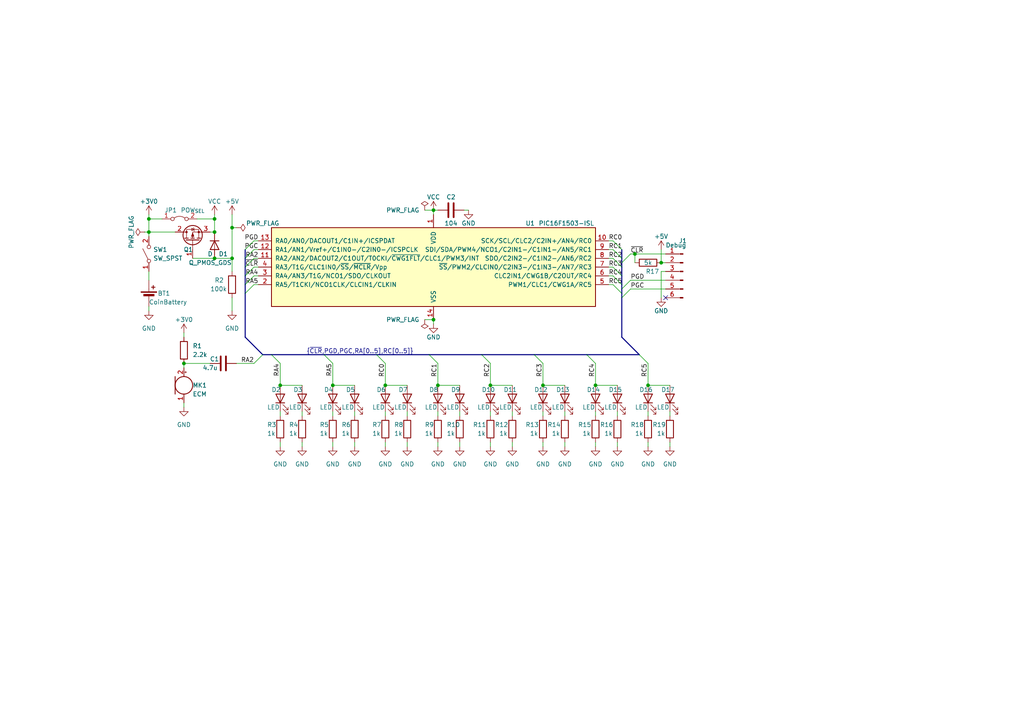
<source format=kicad_sch>
(kicad_sch (version 20230121) (generator eeschema)
  (paper "A4")
  (lib_symbols
    (symbol "Connector:Conn_01x06_Pin" (pin_names (offset 1.016) hide)
      (property "Reference" "J" (at 0 7.62 0))
      (property "Value" "Conn_01x06_Pin" (at 0 -10.16 0))
      (symbol "Conn_01x06_Pin_1_1"
        (polyline (pts (xy 1.27 -7.62) (xy 0.8636 -7.62)) (stroke (width 0.1524)))
        (polyline (pts (xy 1.27 -5.08) (xy 0.8636 -5.08)) (stroke (width 0.1524)))
        (polyline (pts (xy 1.27 -2.54) (xy 0.8636 -2.54)) (stroke (width 0.1524)))
        (polyline (pts (xy 1.27 0) (xy 0.8636 0)) (stroke (width 0.1524)))
        (polyline (pts (xy 1.27 2.54) (xy 0.8636 2.54)) (stroke (width 0.1524)))
        (polyline (pts (xy 1.27 5.08) (xy 0.8636 5.08)) (stroke (width 0.1524)))
        (rectangle (start 0.8636 -7.493) (end 0 -7.747) (stroke (width 0.1524)) (fill (type outline)))
        (rectangle (start 0.8636 -4.953) (end 0 -5.207) (stroke (width 0.1524)) (fill (type outline)))
        (rectangle (start 0.8636 -2.413) (end 0 -2.667) (stroke (width 0.1524)) (fill (type outline)))
        (rectangle (start 0.8636 0.127) (end 0 -0.127) (stroke (width 0.1524)) (fill (type outline)))
        (rectangle (start 0.8636 2.667) (end 0 2.413) (stroke (width 0.1524)) (fill (type outline)))
        (rectangle (start 0.8636 5.207) (end 0 4.953) (stroke (width 0.1524)) (fill (type outline)))
        (pin passive line (at 5.08 5.08 180) (length 3.81) (name "Pin_1") (number "1"))
        (pin passive line (at 5.08 2.54 180) (length 3.81) (name "Pin_2") (number "2"))
        (pin passive line (at 5.08 0 180) (length 3.81) (name "Pin_3") (number "3"))
        (pin passive line (at 5.08 -2.54 180) (length 3.81) (name "Pin_4") (number "4"))
        (pin passive line (at 5.08 -5.08 180) (length 3.81) (name "Pin_5") (number "5"))
        (pin passive line (at 5.08 -7.62 180) (length 3.81) (name "Pin_6") (number "6"))
      )
    )
    (symbol "Device:Battery_Cell" (pin_numbers hide) (pin_names (offset 0) hide)
      (property "Reference" "BT" (at 2.54 2.54 0))
      (property "Value" "Battery_Cell" (at 2.54 0 0))
      (symbol "Battery_Cell_0_1"
        (rectangle (start -2.286 1.778) (end 2.286 1.524) (fill (type outline)))
        (rectangle (start -1.524 1.016) (end 1.524 0.508) (fill (type outline)))
        (polyline (pts (xy 0 0.762) (xy 0 0)))
        (polyline (pts (xy 0 1.778) (xy 0 2.54)))
        (polyline (pts (xy 0.762 3.048) (xy 1.778 3.048)) (stroke (width 0.254)))
        (polyline (pts (xy 1.27 3.556) (xy 1.27 2.54)) (stroke (width 0.254)))
      )
      (symbol "Battery_Cell_1_1"
        (pin passive line (at 0 5.08 270) (length 2.54) (name "+") (number "1"))
        (pin passive line (at 0 -2.54 90) (length 2.54) (name "-") (number "2"))
      )
    )
    (symbol "Device:C" (pin_numbers hide) (pin_names (offset 0.254))
      (property "Reference" "C" (at 0.635 2.54 0))
      (property "Value" "C" (at 0.635 -2.54 0))
      (symbol "C_0_1"
        (polyline (pts (xy -2.032 -0.762) (xy 2.032 -0.762)) (stroke (width 0.508)))
        (polyline (pts (xy -2.032 0.762) (xy 2.032 0.762)) (stroke (width 0.508)))
      )
      (symbol "C_1_1"
        (pin passive line (at 0 3.81 270) (length 2.794) (name "~") (number "1"))
        (pin passive line (at 0 -3.81 90) (length 2.794) (name "~") (number "2"))
      )
    )
    (symbol "Device:D" (pin_numbers hide) (pin_names (offset 1.016) hide)
      (property "Reference" "D" (at 0 2.54 0))
      (property "Value" "D" (at 0 -2.54 0))
      (symbol "D_0_1"
        (polyline (pts (xy -1.27 1.27) (xy -1.27 -1.27)) (stroke (width 0.254)))
        (polyline (pts (xy 1.27 0) (xy -1.27 0)))
        (polyline (pts (xy 1.27 1.27) (xy 1.27 -1.27) (xy -1.27 0) (xy 1.27 1.27)) (stroke (width 0.254)))
      )
      (symbol "D_1_1"
        (pin passive line (at -3.81 0 0) (length 2.54) (name "K") (number "1"))
        (pin passive line (at 3.81 0 180) (length 2.54) (name "A") (number "2"))
      )
    )
    (symbol "Device:LED" (pin_numbers hide) (pin_names (offset 1.016) hide)
      (property "Reference" "D" (at 0 2.54 0))
      (property "Value" "LED" (at 0 -2.54 0))
      (symbol "LED_0_1"
        (polyline (pts (xy -1.27 -1.27) (xy -1.27 1.27)) (stroke (width 0.254)))
        (polyline (pts (xy -1.27 0) (xy 1.27 0)))
        (polyline (pts (xy 1.27 -1.27) (xy 1.27 1.27) (xy -1.27 0) (xy 1.27 -1.27)) (stroke (width 0.254)))
        (polyline (pts (xy -3.048 -0.762) (xy -4.572 -2.286) (xy -3.81 -2.286) (xy -4.572 -2.286) (xy -4.572 -1.524)))
        (polyline (pts (xy -1.778 -0.762) (xy -3.302 -2.286) (xy -2.54 -2.286) (xy -3.302 -2.286) (xy -3.302 -1.524)))
      )
      (symbol "LED_1_1"
        (pin passive line (at -3.81 0 0) (length 2.54) (name "K") (number "1"))
        (pin passive line (at 3.81 0 180) (length 2.54) (name "A") (number "2"))
      )
    )
    (symbol "Device:Microphone" (pin_names (offset 0.0254) hide)
      (property "Reference" "MK" (at -3.81 1.27 0))
      (property "Value" "Microphone" (at -3.81 -0.635 0))
      (symbol "Microphone_0_1"
        (polyline (pts (xy -2.54 2.54) (xy -2.54 -2.54)) (stroke (width 0.254)))
        (polyline (pts (xy 0.254 3.81) (xy 0.762 3.81)))
        (polyline (pts (xy 0.508 4.064) (xy 0.508 3.556)))
        (circle (center 0 0) (radius 2.54) (stroke (width 0.254)))
      )
      (symbol "Microphone_1_1"
        (pin passive line (at 0 -5.08 90) (length 2.54) (name "-") (number "1"))
        (pin passive line (at 0 5.08 270) (length 2.54) (name "+") (number "2"))
      )
    )
    (symbol "Device:Q_PMOS_GDS" (pin_names (offset 0) hide)
      (property "Reference" "Q" (at 5.08 1.27 0))
      (property "Value" "Q_PMOS_GDS" (at 5.08 -1.27 0))
      (symbol "Q_PMOS_GDS_0_1"
        (polyline (pts (xy 0.254 0) (xy -2.54 0)))
        (polyline (pts (xy 0.254 1.905) (xy 0.254 -1.905)) (stroke (width 0.254)))
        (polyline (pts (xy 0.762 -1.27) (xy 0.762 -2.286)) (stroke (width 0.254)))
        (polyline (pts (xy 0.762 0.508) (xy 0.762 -0.508)) (stroke (width 0.254)))
        (polyline (pts (xy 0.762 2.286) (xy 0.762 1.27)) (stroke (width 0.254)))
        (polyline (pts (xy 2.54 2.54) (xy 2.54 1.778)))
        (polyline (pts (xy 2.54 -2.54) (xy 2.54 0) (xy 0.762 0)))
        (polyline (pts (xy 0.762 1.778) (xy 3.302 1.778) (xy 3.302 -1.778) (xy 0.762 -1.778)))
        (polyline (pts (xy 2.286 0) (xy 1.27 0.381) (xy 1.27 -0.381) (xy 2.286 0)) (fill (type outline)))
        (polyline (pts (xy 2.794 -0.508) (xy 2.921 -0.381) (xy 3.683 -0.381) (xy 3.81 -0.254)))
        (polyline (pts (xy 3.302 -0.381) (xy 2.921 0.254) (xy 3.683 0.254) (xy 3.302 -0.381)))
        (circle (center 1.651 0) (radius 2.794) (stroke (width 0.254)))
        (circle (center 2.54 -1.778) (radius 0.254) (fill (type outline)))
        (circle (center 2.54 1.778) (radius 0.254) (fill (type outline)))
      )
      (symbol "Q_PMOS_GDS_1_1"
        (pin input line (at -5.08 0 0) (length 2.54) (name "G") (number "1"))
        (pin passive line (at 2.54 5.08 270) (length 2.54) (name "D") (number "2"))
        (pin passive line (at 2.54 -5.08 90) (length 2.54) (name "S") (number "3"))
      )
    )
    (symbol "Device:R" (pin_numbers hide) (pin_names (offset 0))
      (property "Reference" "R" (at 2.032 0 90))
      (property "Value" "R" (at 0 0 90))
      (symbol "R_0_1"
        (rectangle (start -1.016 -2.54) (end 1.016 2.54) (stroke (width 0.254)))
      )
      (symbol "R_1_1"
        (pin passive line (at 0 3.81 270) (length 1.27) (name "~") (number "1"))
        (pin passive line (at 0 -3.81 90) (length 1.27) (name "~") (number "2"))
      )
    )
    (symbol "Jumper:Jumper_2_Bridged" (pin_names (offset 0) hide)
      (property "Reference" "JP" (at 0 1.905 0))
      (property "Value" "Jumper_2_Bridged" (at 0 -2.54 0))
      (symbol "Jumper_2_Bridged_0_0"
        (circle (center -2.032 0) (radius 0.508))
        (circle (center 2.032 0) (radius 0.508))
      )
      (symbol "Jumper_2_Bridged_0_1"
        (arc (start 1.524 0.254) (mid 0 0.762) (end -1.524 0.254))
      )
      (symbol "Jumper_2_Bridged_1_1"
        (pin passive line (at -5.08 0 0) (length 2.54) (name "A") (number "1"))
        (pin passive line (at 5.08 0 180) (length 2.54) (name "B") (number "2"))
      )
    )
    (symbol "MCU_Microchip_PIC16:PIC16F1503-ISL" (pin_names (offset 1.016))
      (property "Reference" "U" (at -46.99 15.24 0))
      (property "Value" "PIC16F1503-ISL" (at -46.99 12.7 0))
      (symbol "PIC16F1503-ISL_0_1"
        (rectangle (start -46.99 11.43) (end 46.99 -11.43) (stroke (width 0.254)) (fill (type background)))
      )
      (symbol "PIC16F1503-ISL_1_1"
        (pin power_in line (at 0 15.24 270) (length 3.81) (name "VDD") (number "1"))
        (pin bidirectional line (at 50.8 7.62 180) (length 3.81) (name "SCK/SCL/CLC2/C2IN+/AN4/RC0") (number "10"))
        (pin bidirectional line (at -50.8 2.54 0) (length 3.81) (name "RA2/AN2/DACOUT2/C1OUT/T0CKI/~{CWG1FLT}/CLC1/PWM3/INT") (number "11"))
        (pin bidirectional line (at -50.8 5.08 0) (length 3.81) (name "RA1/AN1/Vref+/C1IN0-/C2IN0-/ICSPCLK") (number "12"))
        (pin bidirectional line (at -50.8 7.62 0) (length 3.81) (name "RA0/AN0/DACOUT1/C1IN+/ICSPDAT") (number "13"))
        (pin power_in line (at 0 -15.24 90) (length 3.81) (name "VSS") (number "14"))
        (pin bidirectional line (at -50.8 -5.08 0) (length 3.81) (name "RA5/T1CKI/NCO1CLK/CLCIN1/CLKIN") (number "2"))
        (pin bidirectional line (at -50.8 -2.54 0) (length 3.81) (name "RA4/AN3/T1G/NCO1/SDO/CLKOUT") (number "3"))
        (pin input line (at -50.8 0 0) (length 3.81) (name "RA3/T1G/CLC1IN0/~{SS}/~{MCLR}/Vpp") (number "4"))
        (pin bidirectional line (at 50.8 -5.08 180) (length 3.81) (name "PWM1/CLC1/CWG1A/RC5") (number "5"))
        (pin bidirectional line (at 50.8 -2.54 180) (length 3.81) (name "CLC2IN1/CWG1B/C2OUT/RC4") (number "6"))
        (pin bidirectional line (at 50.8 0 180) (length 3.81) (name "~{SS}/PWM2/CLCIN0/C2IN3-/C1IN3-/AN7/RC3") (number "7"))
        (pin bidirectional line (at 50.8 2.54 180) (length 3.81) (name "SDO/C2IN2-/C1IN2-/AN6/RC2") (number "8"))
        (pin bidirectional line (at 50.8 5.08 180) (length 3.81) (name "SDI/SDA/PWM4/NCO1/C2IN1-/C1IN1-/AN5/RC1") (number "9"))
      )
    )
    (symbol "Switch:SW_SPST" (pin_names (offset 0) hide)
      (property "Reference" "SW" (at 0 3.175 0))
      (property "Value" "SW_SPST" (at 0 -2.54 0))
      (symbol "SW_SPST_0_0"
        (circle (center -2.032 0) (radius 0.508))
        (polyline (pts (xy -1.524 0.254) (xy 1.524 1.778)))
        (circle (center 2.032 0) (radius 0.508))
      )
      (symbol "SW_SPST_1_1"
        (pin passive line (at -5.08 0 0) (length 2.54) (name "A") (number "1"))
        (pin passive line (at 5.08 0 180) (length 2.54) (name "B") (number "2"))
      )
    )
    (symbol "power:+3V0" (power) (pin_names (offset 0))
      (property "Value" "+3V0" (at 0 3.556 0))
      (symbol "+3V0_0_1"
        (polyline (pts (xy -0.762 1.27) (xy 0 2.54)))
        (polyline (pts (xy 0 0) (xy 0 2.54)))
        (polyline (pts (xy 0 2.54) (xy 0.762 1.27)))
      )
      (symbol "+3V0_1_1"
        (pin power_in line (at 0 0 90) (length 0) hide (name "+3V0") (number "1"))
      )
    )
    (symbol "power:+5V" (power) (pin_names (offset 0))
      (property "Value" "+5V" (at 0 3.556 0))
      (symbol "+5V_0_1"
        (polyline (pts (xy -0.762 1.27) (xy 0 2.54)))
        (polyline (pts (xy 0 0) (xy 0 2.54)))
        (polyline (pts (xy 0 2.54) (xy 0.762 1.27)))
      )
      (symbol "+5V_1_1"
        (pin power_in line (at 0 0 90) (length 0) hide (name "+5V") (number "1"))
      )
    )
    (symbol "power:GND" (power) (pin_names (offset 0))
      (property "Value" "GND" (at 0 -3.81 0))
      (symbol "GND_0_1"
        (polyline (pts (xy 0 0) (xy 0 -1.27) (xy 1.27 -1.27) (xy 0 -2.54) (xy -1.27 -1.27) (xy 0 -1.27)))
      )
      (symbol "GND_1_1"
        (pin power_in line (at 0 0 270) (length 0) hide (name "GND") (number "1"))
      )
    )
    (symbol "power:PWR_FLAG" (power) (pin_numbers hide) (pin_names (offset 0) hide)
      (property "Value" "PWR_FLAG" (at 0 3.81 0))
      (symbol "PWR_FLAG_0_0"
        (pin power_out line (at 0 0 90) (length 0) (name "pwr") (number "1"))
      )
      (symbol "PWR_FLAG_0_1"
        (polyline (pts (xy 0 0) (xy 0 1.27) (xy -1.016 1.905) (xy 0 2.54) (xy 1.016 1.905) (xy 0 1.27)))
      )
    )
    (symbol "power:VCC" (power) (pin_names (offset 0))
      (property "Value" "VCC" (at 0 3.81 0))
      (symbol "VCC_0_1"
        (polyline (pts (xy -0.762 1.27) (xy 0 2.54)))
        (polyline (pts (xy 0 0) (xy 0 2.54)))
        (polyline (pts (xy 0 2.54) (xy 0.762 1.27)))
      )
      (symbol "VCC_1_1"
        (pin power_in line (at 0 0 90) (length 0) hide (name "VCC") (number "1"))
      )
    )
  )
  (junction (at 43.18 63.5))
  (junction (at 157.48 111.76))
  (junction (at 172.72 111.76))
  (junction (at 62.23 67.31))
  (junction (at 184.15 73.66))
  (junction (at 127 111.76))
  (junction (at 81.28 111.76))
  (junction (at 67.31 66.04))
  (junction (at 125.73 92.71))
  (junction (at 43.18 67.31))
  (junction (at 62.23 74.93))
  (junction (at 191.77 76.2))
  (junction (at 67.31 74.93))
  (junction (at 111.76 111.76))
  (junction (at 125.73 60.96))
  (junction (at 187.96 111.76))
  (junction (at 53.34 105.41))
  (junction (at 142.24 111.76))
  (junction (at 96.52 111.76))
  (junction (at 62.23 63.5))
  (no_connect (at 193.04 86.36))
  (bus_entry (at 177.8 74.93) (size 2.54 2.54))
  (bus_entry (at 172.72 105.41) (size -2.54 -2.54))
  (bus_entry (at 96.52 105.41) (size -2.54 -2.54))
  (bus_entry (at 73.66 72.39) (size -2.54 2.54))
  (bus_entry (at 73.66 74.93) (size -2.54 2.54))
  (bus_entry (at 177.8 72.39) (size 2.54 2.54))
  (bus_entry (at 177.8 69.85) (size 2.54 2.54))
  (bus_entry (at 180.34 83.82) (size 2.54 -2.54))
  (bus_entry (at 177.8 80.01) (size 2.54 2.54))
  (bus_entry (at 73.66 77.47) (size -2.54 2.54))
  (bus_entry (at 180.34 76.2) (size 2.54 -2.54))
  (bus_entry (at 182.88 83.82) (size -2.54 2.54))
  (bus_entry (at 111.76 105.41) (size -2.54 -2.54))
  (bus_entry (at 187.96 105.41) (size -2.54 -2.54))
  (bus_entry (at 127 105.41) (size -2.54 -2.54))
  (bus_entry (at 142.24 105.41) (size -2.54 -2.54))
  (bus_entry (at 76.2 102.87) (size -2.54 2.54))
  (bus_entry (at 73.66 69.85) (size -2.54 2.54))
  (bus_entry (at 177.8 82.55) (size 2.54 2.54))
  (bus_entry (at 157.48 105.41) (size -2.54 -2.54))
  (bus_entry (at 177.8 77.47) (size 2.54 2.54))
  (bus_entry (at 81.28 105.41) (size -2.54 -2.54))
  (bus_entry (at 73.66 80.01) (size -2.54 2.54))
  (bus_entry (at 73.66 82.55) (size -2.54 2.54))
  (wire (pts (xy 118.11 128.27) (xy 118.11 129.54)))
  (wire (pts (xy 187.96 111.76) (xy 194.31 111.76)))
  (wire (pts (xy 142.24 105.41) (xy 142.24 111.76)))
  (wire (pts (xy 191.77 72.39) (xy 191.77 76.2)))
  (wire (pts (xy 73.66 74.93) (xy 74.93 74.93)))
  (wire (pts (xy 148.59 128.27) (xy 148.59 129.54)))
  (wire (pts (xy 111.76 128.27) (xy 111.76 129.54)))
  (wire (pts (xy 73.66 72.39) (xy 74.93 72.39)))
  (wire (pts (xy 43.18 67.31) (xy 43.18 68.58)))
  (wire (pts (xy 191.77 76.2) (xy 193.04 76.2)))
  (wire (pts (xy 53.34 116.84) (xy 53.34 118.11)))
  (wire (pts (xy 68.58 105.41) (xy 73.66 105.41)))
  (wire (pts (xy 125.73 92.71) (xy 125.73 93.98)))
  (wire (pts (xy 57.15 63.5) (xy 62.23 63.5)))
  (wire (pts (xy 157.48 111.76) (xy 163.83 111.76)))
  (wire (pts (xy 43.18 63.5) (xy 43.18 67.31)))
  (bus (pts (xy 93.98 102.87) (xy 78.74 102.87)))
  (wire (pts (xy 194.31 119.38) (xy 194.31 120.65)))
  (wire (pts (xy 176.53 69.85) (xy 177.8 69.85)))
  (wire (pts (xy 142.24 128.27) (xy 142.24 129.54)))
  (bus (pts (xy 139.7 102.87) (xy 124.46 102.87)))
  (wire (pts (xy 67.31 86.36) (xy 67.31 90.17)))
  (wire (pts (xy 102.87 119.38) (xy 102.87 120.65)))
  (wire (pts (xy 194.31 128.27) (xy 194.31 129.54)))
  (wire (pts (xy 184.15 76.2) (xy 184.15 73.66)))
  (wire (pts (xy 191.77 78.74) (xy 191.77 86.36)))
  (bus (pts (xy 180.34 72.39) (xy 180.34 74.93)))
  (wire (pts (xy 157.48 105.41) (xy 157.48 111.76)))
  (wire (pts (xy 41.91 67.31) (xy 43.18 67.31)))
  (wire (pts (xy 142.24 119.38) (xy 142.24 120.65)))
  (wire (pts (xy 73.66 69.85) (xy 74.93 69.85)))
  (wire (pts (xy 133.35 119.38) (xy 133.35 120.65)))
  (wire (pts (xy 123.19 60.96) (xy 125.73 60.96)))
  (wire (pts (xy 127 119.38) (xy 127 120.65)))
  (wire (pts (xy 157.48 128.27) (xy 157.48 129.54)))
  (wire (pts (xy 172.72 128.27) (xy 172.72 129.54)))
  (bus (pts (xy 180.34 80.01) (xy 180.34 82.55)))
  (wire (pts (xy 125.73 60.96) (xy 125.73 62.23)))
  (wire (pts (xy 182.88 73.66) (xy 184.15 73.66)))
  (bus (pts (xy 180.34 82.55) (xy 180.34 83.82)))
  (wire (pts (xy 67.31 62.23) (xy 67.31 66.04)))
  (wire (pts (xy 67.31 74.93) (xy 67.31 78.74)))
  (wire (pts (xy 176.53 82.55) (xy 177.8 82.55)))
  (bus (pts (xy 180.34 74.93) (xy 180.34 76.2)))
  (wire (pts (xy 96.52 119.38) (xy 96.52 120.65)))
  (wire (pts (xy 81.28 119.38) (xy 81.28 120.65)))
  (wire (pts (xy 55.88 74.93) (xy 62.23 74.93)))
  (wire (pts (xy 172.72 111.76) (xy 179.07 111.76)))
  (wire (pts (xy 123.19 92.71) (xy 125.73 92.71)))
  (bus (pts (xy 109.22 102.87) (xy 93.98 102.87)))
  (wire (pts (xy 187.96 128.27) (xy 187.96 129.54)))
  (wire (pts (xy 172.72 105.41) (xy 172.72 111.76)))
  (wire (pts (xy 81.28 128.27) (xy 81.28 129.54)))
  (bus (pts (xy 71.12 74.93) (xy 71.12 77.47)))
  (wire (pts (xy 157.48 119.38) (xy 157.48 120.65)))
  (wire (pts (xy 62.23 74.93) (xy 67.31 74.93)))
  (bus (pts (xy 71.12 82.55) (xy 71.12 85.09)))
  (wire (pts (xy 87.63 128.27) (xy 87.63 129.54)))
  (wire (pts (xy 53.34 105.41) (xy 53.34 106.68)))
  (wire (pts (xy 81.28 105.41) (xy 81.28 111.76)))
  (wire (pts (xy 43.18 78.74) (xy 43.18 81.28)))
  (bus (pts (xy 180.34 76.2) (xy 180.34 77.47)))
  (wire (pts (xy 73.66 77.47) (xy 74.93 77.47)))
  (wire (pts (xy 43.18 63.5) (xy 46.99 63.5)))
  (bus (pts (xy 71.12 77.47) (xy 71.12 80.01)))
  (wire (pts (xy 187.96 105.41) (xy 187.96 111.76)))
  (wire (pts (xy 43.18 67.31) (xy 50.8 67.31)))
  (bus (pts (xy 180.34 86.36) (xy 180.34 97.79)))
  (bus (pts (xy 180.34 83.82) (xy 180.34 85.09)))
  (bus (pts (xy 154.94 102.87) (xy 170.18 102.87)))
  (wire (pts (xy 43.18 62.23) (xy 43.18 63.5)))
  (wire (pts (xy 118.11 119.38) (xy 118.11 120.65)))
  (wire (pts (xy 187.96 119.38) (xy 187.96 120.65)))
  (wire (pts (xy 184.15 73.66) (xy 193.04 73.66)))
  (wire (pts (xy 53.34 96.52) (xy 53.34 97.79)))
  (wire (pts (xy 111.76 111.76) (xy 118.11 111.76)))
  (wire (pts (xy 176.53 72.39) (xy 177.8 72.39)))
  (bus (pts (xy 71.12 80.01) (xy 71.12 82.55)))
  (wire (pts (xy 96.52 128.27) (xy 96.52 129.54)))
  (wire (pts (xy 193.04 78.74) (xy 191.77 78.74)))
  (wire (pts (xy 111.76 105.41) (xy 111.76 111.76)))
  (bus (pts (xy 180.34 85.09) (xy 180.34 86.36)))
  (wire (pts (xy 62.23 62.23) (xy 62.23 63.5)))
  (bus (pts (xy 154.94 102.87) (xy 139.7 102.87)))
  (wire (pts (xy 127 105.41) (xy 127 111.76)))
  (wire (pts (xy 67.31 66.04) (xy 68.58 66.04)))
  (bus (pts (xy 185.42 102.87) (xy 170.18 102.87)))
  (bus (pts (xy 71.12 85.09) (xy 71.12 97.79)))
  (bus (pts (xy 76.2 102.87) (xy 71.12 97.79)))
  (wire (pts (xy 163.83 128.27) (xy 163.83 129.54)))
  (bus (pts (xy 180.34 77.47) (xy 180.34 80.01)))
  (wire (pts (xy 43.18 88.9) (xy 43.18 90.17)))
  (wire (pts (xy 179.07 128.27) (xy 179.07 129.54)))
  (wire (pts (xy 62.23 67.31) (xy 60.96 67.31)))
  (bus (pts (xy 71.12 72.39) (xy 71.12 74.93)))
  (wire (pts (xy 81.28 111.76) (xy 87.63 111.76)))
  (wire (pts (xy 53.34 105.41) (xy 60.96 105.41)))
  (wire (pts (xy 96.52 105.41) (xy 96.52 111.76)))
  (bus (pts (xy 78.74 102.87) (xy 76.2 102.87)))
  (wire (pts (xy 172.72 119.38) (xy 172.72 120.65)))
  (wire (pts (xy 133.35 128.27) (xy 133.35 129.54)))
  (wire (pts (xy 134.62 60.96) (xy 135.89 60.96)))
  (wire (pts (xy 127 111.76) (xy 133.35 111.76)))
  (wire (pts (xy 87.63 119.38) (xy 87.63 120.65)))
  (wire (pts (xy 179.07 119.38) (xy 179.07 120.65)))
  (wire (pts (xy 102.87 128.27) (xy 102.87 129.54)))
  (wire (pts (xy 163.83 119.38) (xy 163.83 120.65)))
  (wire (pts (xy 62.23 63.5) (xy 62.23 67.31)))
  (wire (pts (xy 73.66 80.01) (xy 74.93 80.01)))
  (wire (pts (xy 182.88 81.28) (xy 193.04 81.28)))
  (wire (pts (xy 148.59 119.38) (xy 148.59 120.65)))
  (wire (pts (xy 176.53 80.01) (xy 177.8 80.01)))
  (wire (pts (xy 176.53 74.93) (xy 177.8 74.93)))
  (bus (pts (xy 180.34 97.79) (xy 185.42 102.87)))
  (wire (pts (xy 73.66 82.55) (xy 74.93 82.55)))
  (wire (pts (xy 125.73 60.96) (xy 127 60.96)))
  (bus (pts (xy 124.46 102.87) (xy 109.22 102.87)))
  (wire (pts (xy 142.24 111.76) (xy 148.59 111.76)))
  (wire (pts (xy 176.53 77.47) (xy 177.8 77.47)))
  (wire (pts (xy 67.31 66.04) (xy 67.31 74.93)))
  (wire (pts (xy 111.76 119.38) (xy 111.76 120.65)))
  (wire (pts (xy 96.52 111.76) (xy 102.87 111.76)))
  (wire (pts (xy 182.88 83.82) (xy 193.04 83.82)))
  (wire (pts (xy 127 128.27) (xy 127 129.54)))
  (label "PGD" (at 74.93 69.85 180))
  (label "RC3" (at 176.53 77.47 0))
  (label "RA2" (at 73.66 105.41 180))
  (label "PGC" (at 74.93 72.39 180))
  (label "PGC" (at 182.88 83.82 0))
  (label "RC3" (at 157.48 105.41 270))
  (label "~{CLR}" (at 182.88 73.66 0))
  (label "RA2" (at 74.93 74.93 180))
  (label "RA5" (at 96.52 105.41 270))
  (label "RC1" (at 176.53 72.39 0))
  (label "RA5" (at 74.93 82.55 180))
  (label "RC5" (at 187.96 105.41 270))
  (label "RC2" (at 176.53 74.93 0))
  (label "RA4" (at 81.28 105.41 270))
  (label "~{CLR}" (at 74.93 77.47 180))
  (label "RC5" (at 176.53 82.55 0))
  (label "RC1" (at 127 105.41 270))
  (label "RC0" (at 111.76 105.41 270))
  (label "RC4" (at 172.72 105.41 270))
  (label "RA4" (at 74.93 80.01 180))
  (label "RC2" (at 142.24 105.41 270))
  (label "RC0" (at 176.53 69.85 0))
  (label "PGD" (at 182.88 81.28 0))
  (label "RC4" (at 176.53 80.01 0))
  (label "{~{CLR},PGD,PGC,RA[0..5],RC[0..5]}" (at 88.9 102.87 0))
  (symbol (lib_id "power:GND") (at 142.24 129.54 0) (unit 1)
    (property "Reference" "#PWR018" (effects hide))
    (property "Value" "GND" (at 142.24 134.62 0))
  )
  (symbol (lib_id "Device:R") (at 172.72 124.46 0) (unit 1)
    (property "Reference" "R15" (at 167.64 123.19 0) (effects (justify left)))
    (property "Value" "1k" (at 168.91 125.73 0) (effects (justify left)))
    (property "Footprint" "Resistor_SMD:R_0603_1608Metric" (effects hide))
  )
  (symbol (lib_id "Device:R") (at 163.83 124.46 0) (unit 1)
    (property "Reference" "R14" (at 158.75 123.19 0) (effects (justify left)))
    (property "Value" "1k" (at 160.02 125.73 0) (effects (justify left)))
    (property "Footprint" "Resistor_SMD:R_0603_1608Metric" (effects hide))
  )
  (symbol (lib_id "Device:Battery_Cell") (at 43.18 86.36 0) (unit 1)
    (property "Reference" "BT1" (at 45.72 85.09 0) (effects (justify left)))
    (property "Value" "CoinBattery" (at 43.18 87.63 0) (effects (justify left)))
    (property "Footprint" "Battery:BatteryHolder_Multicomp_BC-2001_1x2032" (effects hide))
  )
  (symbol (lib_id "power:+5V") (at 67.31 62.23 0) (unit 1)
    (property "Reference" "#PWR06" (effects hide))
    (property "Value" "+5V" (at 67.31 58.42 0))
  )
  (symbol (lib_id "power:GND") (at 163.83 129.54 0) (unit 1)
    (property "Reference" "#PWR021" (effects hide))
    (property "Value" "GND" (at 163.83 134.62 0))
  )
  (symbol (lib_id "Device:LED") (at 157.48 115.57 90) (unit 1)
    (property "Reference" "D12" (at 154.94 113.03 90) (effects (justify right)))
    (property "Value" "LED" (at 153.67 118.11 90) (effects (justify right)))
    (property "Footprint" "LED_SMD:LED_0603_1608Metric" (effects hide))
  )
  (symbol (lib_id "Device:Q_PMOS_GDS") (at 55.88 69.85 90) (unit 1)
    (property "Reference" "Q1" (at 54.61 72.39 90))
    (property "Value" "Q_PMOS_GDS" (at 60.96 76.2 90))
    (property "Footprint" "Package_TO_SOT_THT:TO-251-3_Vertical" (effects hide))
  )
  (symbol (lib_id "power:GND") (at 135.89 60.96 0) (unit 1)
    (property "Reference" "#PWR028" (effects hide))
    (property "Value" "GND" (at 135.89 64.77 0))
  )
  (symbol (lib_id "power:GND") (at 43.18 90.17 0) (unit 1)
    (property "Reference" "#PWR02" (effects hide))
    (property "Value" "GND" (at 43.18 95.25 0))
  )
  (symbol (lib_id "power:GND") (at 194.31 129.54 0) (unit 1)
    (property "Reference" "#PWR027" (effects hide))
    (property "Value" "GND" (at 194.31 134.62 0))
  )
  (symbol (lib_id "Device:LED") (at 111.76 115.57 90) (unit 1)
    (property "Reference" "D6" (at 109.22 113.03 90) (effects (justify right)))
    (property "Value" "LED" (at 107.95 118.11 90) (effects (justify right)))
    (property "Footprint" "LED_SMD:LED_0603_1608Metric" (effects hide))
  )
  (symbol (lib_id "Device:LED") (at 179.07 115.57 90) (unit 1)
    (property "Reference" "D15" (at 176.53 113.03 90) (effects (justify right)))
    (property "Value" "LED" (at 175.26 118.11 90) (effects (justify right)))
    (property "Footprint" "LED_SMD:LED_0603_1608Metric" (effects hide))
  )
  (symbol (lib_id "Device:D") (at 62.23 71.12 270) (unit 1)
    (property "Reference" "D1" (at 64.77 73.66 90))
    (property "Value" "D" (at 60.96 73.66 90))
    (property "Footprint" "Diode_THT:D_A-405_P7.62mm_Horizontal" (effects hide))
    (property "Sim.Device" "D" (effects hide))
    (property "Sim.Pins" "1=K 2=A" (effects hide))
  )
  (symbol (lib_id "Device:R") (at 102.87 124.46 0) (unit 1)
    (property "Reference" "R6" (at 99.06 123.19 0) (effects (justify left)))
    (property "Value" "1k" (at 99.06 125.73 0) (effects (justify left)))
    (property "Footprint" "Resistor_SMD:R_0603_1608Metric" (effects hide))
  )
  (symbol (lib_id "power:VCC") (at 125.73 60.96 0) (unit 1)
    (property "Reference" "#PWR014" (effects hide))
    (property "Value" "VCC" (at 125.73 57.15 0))
  )
  (symbol (lib_id "Device:LED") (at 81.28 115.57 90) (unit 1)
    (property "Reference" "D2" (at 78.74 113.03 90) (effects (justify right)))
    (property "Value" "LED" (at 77.47 118.11 90) (effects (justify right)))
    (property "Footprint" "LED_SMD:LED_0603_1608Metric" (effects hide))
  )
  (symbol (lib_id "Device:R") (at 187.96 76.2 90) (unit 1)
    (property "Reference" "R17" (at 189.23 78.74 90))
    (property "Value" "5k" (at 187.96 76.2 90))
    (property "Footprint" "Resistor_SMD:R_0603_1608Metric" (effects hide))
  )
  (symbol (lib_id "power:GND") (at 191.77 86.36 0) (unit 1)
    (property "Reference" "#PWR026" (effects hide))
    (property "Value" "GND" (at 191.77 90.17 0))
  )
  (symbol (lib_id "Device:R") (at 53.34 101.6 0) (unit 1)
    (property "Reference" "R1" (at 55.88 100.33 0) (effects (justify left)))
    (property "Value" "2.2k" (at 55.88 102.87 0) (effects (justify left)))
    (property "Footprint" "Resistor_SMD:R_0603_1608Metric" (effects hide))
  )
  (symbol (lib_id "Device:LED") (at 163.83 115.57 90) (unit 1)
    (property "Reference" "D13" (at 161.29 113.03 90) (effects (justify right)))
    (property "Value" "LED" (at 160.02 118.11 90) (effects (justify right)))
    (property "Footprint" "LED_SMD:LED_0603_1608Metric" (effects hide))
  )
  (symbol (lib_id "Device:R") (at 157.48 124.46 0) (unit 1)
    (property "Reference" "R13" (at 152.4 123.19 0) (effects (justify left)))
    (property "Value" "1k" (at 153.67 125.73 0) (effects (justify left)))
    (property "Footprint" "Resistor_SMD:R_0603_1608Metric" (effects hide))
  )
  (symbol (lib_id "power:GND") (at 187.96 129.54 0) (unit 1)
    (property "Reference" "#PWR024" (effects hide))
    (property "Value" "GND" (at 187.96 134.62 0))
  )
  (symbol (lib_id "Device:LED") (at 127 115.57 90) (unit 1)
    (property "Reference" "D8" (at 124.46 113.03 90) (effects (justify right)))
    (property "Value" "LED" (at 123.19 118.11 90) (effects (justify right)))
    (property "Footprint" "LED_SMD:LED_0603_1608Metric" (effects hide))
  )
  (symbol (lib_id "Device:LED") (at 133.35 115.57 90) (unit 1)
    (property "Reference" "D9" (at 130.81 113.03 90) (effects (justify right)))
    (property "Value" "LED" (at 129.54 118.11 90) (effects (justify right)))
    (property "Footprint" "LED_SMD:LED_0603_1608Metric" (effects hide))
  )
  (symbol (lib_id "power:PWR_FLAG") (at 68.58 66.04 270) (mirror x) (unit 1)
    (property "Reference" "#FLG04" (effects hide))
    (property "Value" "PWR_FLAG" (at 76.2 64.77 90))
  )
  (symbol (lib_id "Device:R") (at 96.52 124.46 0) (unit 1)
    (property "Reference" "R5" (at 92.71 123.19 0) (effects (justify left)))
    (property "Value" "1k" (at 92.71 125.73 0) (effects (justify left)))
    (property "Footprint" "Resistor_SMD:R_0603_1608Metric" (effects hide))
  )
  (symbol (lib_id "Device:R") (at 179.07 124.46 0) (unit 1)
    (property "Reference" "R16" (at 173.99 123.19 0) (effects (justify left)))
    (property "Value" "1k" (at 175.26 125.73 0) (effects (justify left)))
    (property "Footprint" "Resistor_SMD:R_0603_1608Metric" (effects hide))
  )
  (symbol (lib_id "power:PWR_FLAG") (at 123.19 60.96 0) (unit 1)
    (property "Reference" "#FLG01" (effects hide))
    (property "Value" "PWR_FLAG" (at 116.84 60.96 0))
  )
  (symbol (lib_id "Device:LED") (at 87.63 115.57 90) (unit 1)
    (property "Reference" "D3" (at 85.09 113.03 90) (effects (justify right)))
    (property "Value" "LED" (at 83.82 118.11 90) (effects (justify right)))
    (property "Footprint" "LED_SMD:LED_0603_1608Metric" (effects hide))
  )
  (symbol (lib_id "Device:LED") (at 172.72 115.57 90) (unit 1)
    (property "Reference" "D14" (at 170.18 113.03 90) (effects (justify right)))
    (property "Value" "LED" (at 168.91 118.11 90) (effects (justify right)))
    (property "Footprint" "LED_SMD:LED_0603_1608Metric" (effects hide))
  )
  (symbol (lib_id "Device:R") (at 111.76 124.46 0) (unit 1)
    (property "Reference" "R7" (at 107.95 123.19 0) (effects (justify left)))
    (property "Value" "1k" (at 107.95 125.73 0) (effects (justify left)))
    (property "Footprint" "Resistor_SMD:R_0603_1608Metric" (effects hide))
  )
  (symbol (lib_id "Device:R") (at 87.63 124.46 0) (unit 1)
    (property "Reference" "R4" (at 83.82 123.19 0) (effects (justify left)))
    (property "Value" "1k" (at 83.82 125.73 0) (effects (justify left)))
    (property "Footprint" "Resistor_SMD:R_0603_1608Metric" (effects hide))
  )
  (symbol (lib_id "Device:LED") (at 187.96 115.57 90) (unit 1)
    (property "Reference" "D16" (at 185.42 113.03 90) (effects (justify right)))
    (property "Value" "LED" (at 184.15 118.11 90) (effects (justify right)))
    (property "Footprint" "LED_SMD:LED_0603_1608Metric" (effects hide))
  )
  (symbol (lib_id "Device:LED") (at 142.24 115.57 90) (unit 1)
    (property "Reference" "D10" (at 139.7 113.03 90) (effects (justify right)))
    (property "Value" "LED" (at 138.43 118.11 90) (effects (justify right)))
    (property "Footprint" "LED_SMD:LED_0603_1608Metric" (effects hide))
  )
  (symbol (lib_id "power:+3V0") (at 43.18 62.23 0) (unit 1)
    (property "Reference" "#PWR01" (effects hide))
    (property "Value" "+3V0" (at 43.18 58.42 0))
  )
  (symbol (lib_id "Device:R") (at 118.11 124.46 0) (unit 1)
    (property "Reference" "R8" (at 114.3 123.19 0) (effects (justify left)))
    (property "Value" "1k" (at 114.3 125.73 0) (effects (justify left)))
    (property "Footprint" "Resistor_SMD:R_0603_1608Metric" (effects hide))
  )
  (symbol (lib_id "power:GND") (at 125.73 93.98 0) (unit 1)
    (property "Reference" "#PWR015" (effects hide))
    (property "Value" "GND" (at 125.73 97.79 0))
  )
  (symbol (lib_id "Device:R") (at 127 124.46 0) (unit 1)
    (property "Reference" "R9" (at 123.19 123.19 0) (effects (justify left)))
    (property "Value" "1k" (at 123.19 125.73 0) (effects (justify left)))
    (property "Footprint" "Resistor_SMD:R_0603_1608Metric" (effects hide))
  )
  (symbol (lib_id "Device:Microphone") (at 53.34 111.76 0) (unit 1)
    (property "Reference" "MK1" (at 55.88 111.76 0) (effects (justify left)))
    (property "Value" "ECM" (at 55.88 114.3 0) (effects (justify left)))
    (property "Footprint" "Sensor_Audio:POM-2244P-C3310-2-R" (effects hide))
  )
  (symbol (lib_id "Device:LED") (at 148.59 115.57 90) (unit 1)
    (property "Reference" "D11" (at 146.05 113.03 90) (effects (justify right)))
    (property "Value" "LED" (at 144.78 118.11 90) (effects (justify right)))
    (property "Footprint" "LED_SMD:LED_0603_1608Metric" (effects hide))
  )
  (symbol (lib_id "Device:C") (at 130.81 60.96 90) (unit 1)
    (property "Reference" "C2" (at 130.81 57.15 90))
    (property "Value" "104" (at 130.81 64.77 90))
    (property "Footprint" "Capacitor_SMD:C_0402_1005Metric" (effects hide))
  )
  (symbol (lib_id "power:GND") (at 81.28 129.54 0) (unit 1)
    (property "Reference" "#PWR08" (effects hide))
    (property "Value" "GND" (at 81.28 134.62 0))
  )
  (symbol (lib_id "power:GND") (at 67.31 90.17 0) (unit 1)
    (property "Reference" "#PWR07" (effects hide))
    (property "Value" "GND" (at 67.31 95.25 0))
  )
  (symbol (lib_id "MCU_Microchip_PIC16:PIC16F1503-ISL") (at 125.73 77.47 0) (unit 1)
    (property "Reference" "U1" (at 152.4 64.77 0) (effects (justify left)))
    (property "Value" "PIC16F1503-ISL" (at 156.21 64.77 0) (effects (justify left)))
    (property "Footprint" "Package_SO:SOIC-14_3.9x8.7mm_P1.27mm" (effects hide))
    (property "Datasheet" "http://ww1.microchip.com/downloads/en/DeviceDoc/41607A.pdf" (effects hide))
  )
  (symbol (lib_id "power:GND") (at 111.76 129.54 0) (unit 1)
    (property "Reference" "#PWR012" (effects hide))
    (property "Value" "GND" (at 111.76 134.62 0))
  )
  (symbol (lib_id "power:+3V0") (at 53.34 96.52 0) (unit 1)
    (property "Reference" "#PWR03" (effects hide))
    (property "Value" "+3V0" (at 53.34 92.71 0))
  )
  (symbol (lib_id "Device:R") (at 67.31 82.55 0) (unit 1)
    (property "Reference" "R2" (at 62.23 81.28 0) (effects (justify left)))
    (property "Value" "100k" (at 60.96 83.82 0) (effects (justify left)))
    (property "Footprint" "Resistor_SMD:R_0603_1608Metric" (effects hide))
  )
  (symbol (lib_id "power:GND") (at 179.07 129.54 0) (unit 1)
    (property "Reference" "#PWR023" (effects hide))
    (property "Value" "GND" (at 179.07 134.62 0))
  )
  (symbol (lib_id "Device:R") (at 187.96 124.46 0) (unit 1)
    (property "Reference" "R18" (at 182.88 123.19 0) (effects (justify left)))
    (property "Value" "1k" (at 184.15 125.73 0) (effects (justify left)))
    (property "Footprint" "Resistor_SMD:R_0603_1608Metric" (effects hide))
  )
  (symbol (lib_id "power:GND") (at 87.63 129.54 0) (unit 1)
    (property "Reference" "#PWR09" (effects hide))
    (property "Value" "GND" (at 87.63 134.62 0))
  )
  (symbol (lib_id "power:GND") (at 157.48 129.54 0) (unit 1)
    (property "Reference" "#PWR020" (effects hide))
    (property "Value" "GND" (at 157.48 134.62 0))
  )
  (symbol (lib_id "power:GND") (at 148.59 129.54 0) (unit 1)
    (property "Reference" "#PWR019" (effects hide))
    (property "Value" "GND" (at 148.59 134.62 0))
  )
  (symbol (lib_id "power:GND") (at 127 129.54 0) (unit 1)
    (property "Reference" "#PWR016" (effects hide))
    (property "Value" "GND" (at 127 134.62 0))
  )
  (symbol (lib_id "Device:LED") (at 96.52 115.57 90) (unit 1)
    (property "Reference" "D4" (at 93.98 113.03 90) (effects (justify right)))
    (property "Value" "LED" (at 92.71 118.11 90) (effects (justify right)))
    (property "Footprint" "LED_SMD:LED_0603_1608Metric" (effects hide))
  )
  (symbol (lib_id "Device:R") (at 133.35 124.46 0) (unit 1)
    (property "Reference" "R10" (at 129.54 123.19 0) (effects (justify left)))
    (property "Value" "1k" (at 129.54 125.73 0) (effects (justify left)))
    (property "Footprint" "Resistor_SMD:R_0603_1608Metric" (effects hide))
  )
  (symbol (lib_id "Device:R") (at 148.59 124.46 0) (unit 1)
    (property "Reference" "R12" (at 143.51 123.19 0) (effects (justify left)))
    (property "Value" "1k" (at 144.78 125.73 0) (effects (justify left)))
    (property "Footprint" "Resistor_SMD:R_0603_1608Metric" (effects hide))
  )
  (symbol (lib_id "Device:R") (at 81.28 124.46 0) (unit 1)
    (property "Reference" "R3" (at 77.47 123.19 0) (effects (justify left)))
    (property "Value" "1k" (at 77.47 125.73 0) (effects (justify left)))
    (property "Footprint" "Resistor_SMD:R_0603_1608Metric" (effects hide))
  )
  (symbol (lib_id "power:GND") (at 96.52 129.54 0) (unit 1)
    (property "Reference" "#PWR010" (effects hide))
    (property "Value" "GND" (at 96.52 134.62 0))
  )
  (symbol (lib_id "Device:LED") (at 118.11 115.57 90) (unit 1)
    (property "Reference" "D7" (at 115.57 113.03 90) (effects (justify right)))
    (property "Value" "LED" (at 114.3 118.11 90) (effects (justify right)))
    (property "Footprint" "LED_SMD:LED_0603_1608Metric" (effects hide))
  )
  (symbol (lib_id "Switch:SW_SPST") (at 43.18 73.66 90) (unit 1)
    (property "Reference" "SW1" (at 44.45 72.39 90) (effects (justify right)))
    (property "Value" "SW_SPST" (at 44.45 74.93 90) (effects (justify right)))
    (property "Footprint" "Button_Switch_THT:SW_Slide-03_Wuerth-WS-SLTV_10x2.5x6.4_P2.54mm" (effects hide))
  )
  (symbol (lib_id "power:PWR_FLAG") (at 41.91 67.31 90) (mirror x) (unit 1)
    (property "Reference" "#FLG03" (effects hide))
    (property "Value" "PWR_FLAG" (at 38.1 67.31 0))
  )
  (symbol (lib_id "Device:LED") (at 194.31 115.57 90) (unit 1)
    (property "Reference" "D17" (at 191.77 113.03 90) (effects (justify right)))
    (property "Value" "LED" (at 190.5 118.11 90) (effects (justify right)))
    (property "Footprint" "LED_SMD:LED_0603_1608Metric" (effects hide))
  )
  (symbol (lib_id "power:VCC") (at 62.23 62.23 0) (unit 1)
    (property "Reference" "#PWR05" (effects hide))
    (property "Value" "VCC" (at 62.23 58.42 0))
  )
  (symbol (lib_id "Device:R") (at 142.24 124.46 0) (unit 1)
    (property "Reference" "R11" (at 137.16 123.19 0) (effects (justify left)))
    (property "Value" "1k" (at 138.43 125.73 0) (effects (justify left)))
    (property "Footprint" "Resistor_SMD:R_0603_1608Metric" (effects hide))
  )
  (symbol (lib_id "Device:C") (at 64.77 105.41 90) (unit 1)
    (property "Reference" "C1" (at 62.23 104.14 90))
    (property "Value" "4.7u" (at 60.96 106.68 90))
    (property "Footprint" "Capacitor_SMD:C_0402_1005Metric" (effects hide))
  )
  (symbol (lib_id "power:PWR_FLAG") (at 123.19 92.71 0) (mirror x) (unit 1)
    (property "Reference" "#FLG02" (effects hide))
    (property "Value" "PWR_FLAG" (at 116.84 92.71 0))
  )
  (symbol (lib_id "power:GND") (at 118.11 129.54 0) (unit 1)
    (property "Reference" "#PWR013" (effects hide))
    (property "Value" "GND" (at 118.11 134.62 0))
  )
  (symbol (lib_id "power:GND") (at 53.34 118.11 0) (unit 1)
    (property "Reference" "#PWR04" (effects hide))
    (property "Value" "GND" (at 53.34 123.19 0))
  )
  (symbol (lib_id "Device:LED") (at 102.87 115.57 90) (unit 1)
    (property "Reference" "D5" (at 100.33 113.03 90) (effects (justify right)))
    (property "Value" "LED" (at 99.06 118.11 90) (effects (justify right)))
    (property "Footprint" "LED_SMD:LED_0603_1608Metric" (effects hide))
  )
  (symbol (lib_id "Jumper:Jumper_2_Bridged") (at 52.07 63.5 0) (unit 1)
    (property "Reference" "JP1" (at 49.53 60.96 0))
    (property "Value" "POW_{SEL}" (at 55.88 60.96 0))
    (property "Footprint" "Jumper:SolderJumper-2_P1.3mm_Bridged_Pad1.0x1.5mm" (effects hide))
  )
  (symbol (lib_id "power:GND") (at 172.72 129.54 0) (unit 1)
    (property "Reference" "#PWR022" (effects hide))
    (property "Value" "GND" (at 172.72 134.62 0))
  )
  (symbol (lib_id "power:GND") (at 102.87 129.54 0) (unit 1)
    (property "Reference" "#PWR011" (effects hide))
    (property "Value" "GND" (at 102.87 134.62 0))
  )
  (symbol (lib_id "power:GND") (at 133.35 129.54 0) (unit 1)
    (property "Reference" "#PWR017" (effects hide))
    (property "Value" "GND" (at 133.35 134.62 0))
  )
  (symbol (lib_id "Device:R") (at 194.31 124.46 0) (unit 1)
    (property "Reference" "R19" (at 189.23 123.19 0) (effects (justify left)))
    (property "Value" "1k" (at 190.5 125.73 0) (effects (justify left)))
    (property "Footprint" "Resistor_SMD:R_0603_1608Metric" (effects hide))
  )
  (symbol (lib_id "Connector:Conn_01x06_Pin") (at 198.12 78.74 0) (mirror y) (unit 1)
    (property "Reference" "J1" (at 196.85 69.85 0) (effects (justify right)))
    (property "Value" "Debug" (at 193.04 71.12 0) (effects (justify right)))
    (property "Footprint" "Connector_PinHeader_2.54mm:PinHeader_1x06_P2.54mm_Vertical" (effects hide))
  )
  (symbol (lib_id "power:+5V") (at 191.77 72.39 0) (unit 1)
    (property "Reference" "#PWR025" (effects hide))
    (property "Value" "+5V" (at 191.77 68.58 0))
  )
)
</source>
